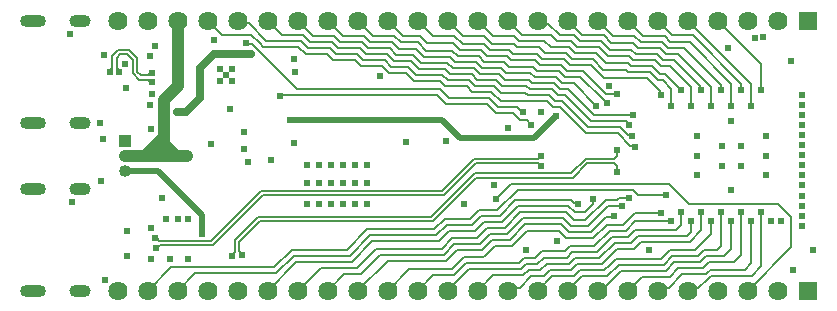
<source format=gbl>
G04*
G04 #@! TF.GenerationSoftware,Altium Limited,Altium Designer,24.9.1 (31)*
G04*
G04 Layer_Physical_Order=4*
G04 Layer_Color=16711680*
%FSLAX25Y25*%
%MOIN*%
G70*
G04*
G04 #@! TF.SameCoordinates,0C4B9269-15E2-45E3-B218-B4FFBFC8B41E*
G04*
G04*
G04 #@! TF.FilePolarity,Positive*
G04*
G01*
G75*
%ADD14C,0.00600*%
G04:AMPARAMS|DCode=55|XSize=39.37mil|YSize=86.61mil|CornerRadius=19.68mil|HoleSize=0mil|Usage=FLASHONLY|Rotation=270.000|XOffset=0mil|YOffset=0mil|HoleType=Round|Shape=RoundedRectangle|*
%AMROUNDEDRECTD55*
21,1,0.03937,0.04724,0,0,270.0*
21,1,0.00000,0.08661,0,0,270.0*
1,1,0.03937,-0.02362,0.00000*
1,1,0.03937,-0.02362,0.00000*
1,1,0.03937,0.02362,0.00000*
1,1,0.03937,0.02362,0.00000*
%
%ADD55ROUNDEDRECTD55*%
G04:AMPARAMS|DCode=56|XSize=39.37mil|YSize=70.87mil|CornerRadius=19.68mil|HoleSize=0mil|Usage=FLASHONLY|Rotation=270.000|XOffset=0mil|YOffset=0mil|HoleType=Round|Shape=RoundedRectangle|*
%AMROUNDEDRECTD56*
21,1,0.03937,0.03150,0,0,270.0*
21,1,0.00000,0.07087,0,0,270.0*
1,1,0.03937,-0.01575,0.00000*
1,1,0.03937,-0.01575,0.00000*
1,1,0.03937,0.01575,0.00000*
1,1,0.03937,0.01575,0.00000*
%
%ADD56ROUNDEDRECTD56*%
%ADD62C,0.02000*%
%ADD64C,0.00603*%
%ADD68R,0.06400X0.06400*%
%ADD69C,0.06400*%
%ADD70R,0.04000X0.04000*%
%ADD71C,0.04000*%
%ADD72C,0.02400*%
%ADD73C,0.04000*%
%ADD81C,0.02500*%
G36*
X52600Y60400D02*
Y54910D01*
X55488Y52022D01*
X55575Y48358D01*
X55225Y48000D01*
X42000D01*
Y52000D01*
X43000D01*
X47000Y56000D01*
X48300Y57300D01*
Y60300D01*
X49000Y61000D01*
X52000D01*
X52600Y60400D01*
D02*
G37*
D14*
X230343Y18500D02*
X234800D01*
X236154Y19854D02*
Y31294D01*
X234800Y18500D02*
X236154Y19854D01*
X228343Y16500D02*
X230343Y18500D01*
X219772Y16500D02*
X228343D01*
X231748Y8900D02*
X232934Y10000D01*
X228480Y6033D02*
X231732Y8888D01*
X231748Y8900D01*
X226033Y6033D02*
X228480D01*
X232934Y10000D02*
X246500D01*
X79674Y87232D02*
X81950Y84956D01*
X78168Y87232D02*
X79674D01*
X83500Y83400D02*
X94779Y72121D01*
X81950Y84950D02*
X83500Y83400D01*
X94779Y72121D02*
X142423D01*
X81950Y84950D02*
Y84956D01*
X83500Y86300D02*
X95215D01*
X79600Y90200D02*
X82300Y87500D01*
X83500Y86300D01*
X69800Y90200D02*
X79600D01*
X255106Y33994D02*
X259600Y29500D01*
X225420Y33994D02*
X255106D01*
X259600Y19600D02*
Y29500D01*
X245000Y5000D02*
X259600Y19600D01*
X177200Y88300D02*
X179400Y86100D01*
X168872Y88300D02*
X177200D01*
X179400Y86100D02*
X185415D01*
X84500Y88300D02*
X96043D01*
X78723Y94077D02*
X84500Y88300D01*
X96043D02*
X98443Y85900D01*
X187300Y31100D02*
X190743D01*
X193457Y33814D01*
Y35368D01*
X193589Y35500D01*
X168280Y38700D02*
X206618D01*
X161480Y31900D02*
X168280Y38700D01*
X166115Y40700D02*
X218714D01*
X160993Y35578D02*
X166115Y40700D01*
X190886Y28414D02*
X197672Y35200D01*
X201282D02*
X202082Y36000D01*
X197672Y35200D02*
X201282D01*
X200132Y29532D02*
X200400Y29800D01*
X197890Y29532D02*
X200132D01*
X192772Y24414D02*
X197890Y29532D01*
X218714Y40700D02*
X225420Y33994D01*
X216677Y75183D02*
X219500Y72360D01*
X212401Y77800D02*
X215018Y75183D01*
X216677D01*
X219500Y66500D02*
Y72360D01*
X215846Y77183D02*
X217505D01*
X213229Y79800D02*
X215846Y77183D01*
X206058Y79800D02*
X213229D01*
X217505Y77183D02*
X222772Y71917D01*
X77900Y87500D02*
X78168Y87232D01*
X191714Y26414D02*
X198500Y33200D01*
X203100D01*
X155353Y31900D02*
X161480D01*
X208418Y36900D02*
X217700D01*
X206618Y38700D02*
X208418Y36900D01*
X152353Y28900D02*
X155353Y31900D01*
X140443Y25400D02*
X143943Y28900D01*
X152353D01*
X187060Y34168D02*
X188232D01*
X188500Y33900D01*
X186043Y35186D02*
X187060Y34168D01*
X162308Y29900D02*
X167594Y35186D01*
X156182Y29900D02*
X162308D01*
X167594Y35186D02*
X186043D01*
X157010Y27900D02*
X163136D01*
X168422Y33186D01*
X185214D02*
X187300Y31100D01*
X168422Y33186D02*
X185214D01*
X163965Y25900D02*
X169251Y31186D01*
X184314D01*
X158200Y25900D02*
X163965D01*
X184314Y31186D02*
X187086Y28414D01*
X183486Y29186D02*
X186257Y26414D01*
X159028Y23900D02*
X164793D01*
X170079Y29186D02*
X183486D01*
X164793Y23900D02*
X170079Y29186D01*
X159857Y21900D02*
X165622D01*
X170907Y27186D02*
X182657D01*
X165622Y21900D02*
X170907Y27186D01*
X182657D02*
X185429Y24414D01*
X160685Y19900D02*
X166450D01*
X171550Y25000D02*
X182015D01*
X166450Y19900D02*
X171550Y25000D01*
X201753Y57400D02*
X205885Y53268D01*
X207232D01*
X191000Y57400D02*
X201753D01*
X207232Y53268D02*
X207500Y53000D01*
X202082Y36000D02*
X205500D01*
X171300Y61800D02*
X172900Y60200D01*
X169082Y61800D02*
X171300D01*
X166782Y64100D02*
X169082Y61800D01*
X161101Y64100D02*
X166782D01*
X169821Y64500D02*
X170200D01*
X168221Y66100D02*
X169821Y64500D01*
X161930Y66100D02*
X168221D01*
X95215Y86300D02*
X97615Y83900D01*
X89121Y70121D02*
X141595D01*
X89000Y70000D02*
X89121Y70121D01*
X141595D02*
X144516Y67200D01*
X230000Y12500D02*
X232000Y14500D01*
X240500D01*
X242847Y16847D02*
Y31294D01*
X240500Y14500D02*
X242847Y16847D01*
X205000Y5000D02*
X209700Y9700D01*
X219000D01*
X221800Y12500D01*
X230000D01*
X246197Y27697D02*
Y28077D01*
X246000Y27500D02*
X246197Y27697D01*
X246127Y27500D02*
X246197Y27430D01*
X246000Y27500D02*
X246127D01*
X246197Y14197D02*
Y27430D01*
X244000Y12000D02*
X246197Y14197D01*
X231085Y10500D02*
X232116Y11444D01*
X232671Y12000D01*
X244000D01*
X215000Y5000D02*
X216033Y6033D01*
X218633D01*
X223100Y10500D01*
X231085D01*
X158001Y67200D02*
X161101Y64100D01*
X144516Y67200D02*
X158001D01*
X158829Y69200D02*
X161930Y66100D01*
X145344Y69200D02*
X158829D01*
X142423Y72121D02*
X145344Y69200D01*
X153182Y26900D02*
X156182Y29900D01*
X141272Y23400D02*
X144772Y26900D01*
X112372Y16700D02*
X119072Y23400D01*
X141272D01*
X87886Y10714D02*
X93872Y16700D01*
X112372D01*
X60714Y10714D02*
X87886D01*
X55000Y5000D02*
X60714Y10714D01*
X144772Y26900D02*
X153182D01*
X44700Y4600D02*
X45000Y4900D01*
Y5000D01*
X44700Y4600D02*
Y4700D01*
X52714Y12714D02*
X87057D01*
X93043Y18700D01*
X44700Y4700D02*
X45000Y5000D01*
X52714Y12714D01*
X118000Y25400D02*
X140443D01*
X111300Y18700D02*
X118000Y25400D01*
X93043Y18700D02*
X111300D01*
X225000Y5000D02*
X226033Y6033D01*
X246500Y10000D02*
X249540Y13040D01*
X249018Y31816D02*
X249540Y31294D01*
Y13040D02*
Y31294D01*
X239923Y28077D02*
X240000Y28000D01*
X239504Y28077D02*
X239923D01*
X239504Y19004D02*
Y27504D01*
X239790Y27790D02*
X240000Y28000D01*
X239504Y27504D02*
X239790Y27790D01*
X237000Y16500D02*
X239504Y19004D01*
X229172Y14500D02*
X231172Y16500D01*
X237000D01*
X195000Y5000D02*
X196157D01*
X202857Y11700D01*
X217800D02*
X220600Y14500D01*
X202857Y11700D02*
X217800D01*
X220600Y14500D02*
X229172D01*
X185000Y5000D02*
Y5500D01*
X185500D02*
X189800Y9800D01*
X185000Y5500D02*
X185500D01*
X189800Y9800D02*
X198128D01*
X202028Y13700D01*
X216972D02*
X219772Y16500D01*
X202028Y13700D02*
X216972D01*
X179841Y9841D02*
X187013D01*
X175000Y5000D02*
X179841Y9841D01*
X187013D02*
X188972Y11800D01*
X197128D01*
X198228Y12900D02*
X198400D01*
X201200Y15700D01*
X197128Y11800D02*
X198228Y12900D01*
X201200Y15700D02*
X216143D01*
X218943Y18500D01*
X227300D02*
X232811Y24011D01*
Y28077D01*
X218943Y18500D02*
X227300D01*
X179013Y11841D02*
X186185D01*
X188143Y13800D01*
X196300D01*
X172841Y9841D02*
X177013D01*
X179013Y11841D01*
X169033Y6033D02*
X172841Y9841D01*
X165000Y5000D02*
X166033Y6033D01*
X169033D01*
X196300Y13800D02*
X201500Y19000D01*
X225643Y21300D02*
X229461Y25119D01*
Y31294D01*
X207100Y19000D02*
X209400Y21300D01*
X225643D01*
X201500Y19000D02*
X207100D01*
X178000Y14000D02*
X185515D01*
X187315Y15800D02*
X195472D01*
X185515Y14000D02*
X187315Y15800D01*
X195472D02*
X200672Y21000D01*
X172013Y11841D02*
X175841D01*
X178000Y14000D01*
X170272Y10100D02*
X172013Y11841D01*
X160100Y10100D02*
X170272D01*
X155000Y5000D02*
X160100Y10100D01*
X226118Y24604D02*
Y28077D01*
X224814Y23300D02*
X226118Y24604D01*
X206100Y21000D02*
X208400Y23300D01*
X224814D01*
X200672Y21000D02*
X206100D01*
X177100Y16000D02*
X184686D01*
X186486Y17800D02*
X194643D01*
X184686Y16000D02*
X186486Y17800D01*
X194643D02*
X199843Y23000D01*
X174941Y13841D02*
X177100Y16000D01*
X171185Y13841D02*
X174941D01*
X152100Y12100D02*
X169443D01*
X171185Y13841D01*
X145000Y5000D02*
Y5500D01*
X222768Y26933D02*
Y31294D01*
X145000Y5500D02*
X145500D01*
X221136Y25300D02*
X222768Y26933D01*
X207572Y25300D02*
X221136D01*
X205272Y23000D02*
X207572Y25300D01*
X199843Y23000D02*
X205272D01*
X145500Y5500D02*
X152100Y12100D01*
X193815Y19800D02*
X199047Y25032D01*
X185658Y19800D02*
X193815D01*
X174113Y15841D02*
X176372Y18100D01*
X183958D01*
X185658Y19800D01*
X170356Y15841D02*
X174113D01*
X168615Y14100D02*
X170356Y15841D01*
X147272Y10100D02*
X151272Y14100D01*
X168615D01*
X207377Y28077D02*
X219425D01*
X140100Y10100D02*
X147272D01*
X204332Y25032D02*
X207377Y28077D01*
X135000Y5000D02*
X140100Y10100D01*
X199047Y25032D02*
X204332D01*
X182015Y25000D02*
X184600Y22414D01*
X193600D02*
X198219Y27032D01*
X184600Y22414D02*
X193600D01*
X146443Y12100D02*
X150443Y16100D01*
X132100Y12100D02*
X146443D01*
X125000Y5000D02*
X132100Y12100D01*
X157285Y16500D02*
X160685Y19900D01*
X157200Y16500D02*
X157285D01*
X156800Y16100D02*
X157200Y16500D01*
X150443Y16100D02*
X156800D01*
X198219Y27032D02*
X203432D01*
X207400Y31000D01*
X216000D01*
X185429Y24414D02*
X192772D01*
X115000Y5000D02*
X115100D01*
X125000Y15000D02*
X144600D01*
X115100Y5100D02*
X125000Y15000D01*
X144600D02*
X148100Y18500D01*
X115100Y5000D02*
Y5100D01*
X156457Y18500D02*
X159857Y21900D01*
X148100Y18500D02*
X156457D01*
X186257Y26414D02*
X191714D01*
X143772Y17000D02*
X147272Y20500D01*
X122600Y17000D02*
X143772D01*
X116200Y10600D02*
X122600Y17000D01*
X110600Y10600D02*
X116200D01*
X105000Y5000D02*
X110600Y10600D01*
X155628Y20500D02*
X159028Y23900D01*
X147272Y20500D02*
X155628D01*
X187086Y28414D02*
X190886D01*
X95000Y5000D02*
X102700Y12700D01*
X114700D01*
X121000Y19000D01*
X142943D01*
X146443Y22500D01*
X154800D02*
X158200Y25900D01*
X146443Y22500D02*
X154800D01*
X154010Y24900D02*
X157010Y27900D01*
X142100Y21400D02*
X145600Y24900D01*
X154010D01*
X119900Y21400D02*
X142100D01*
X101872Y14700D02*
X113200D01*
X119900Y21400D01*
X101772Y14600D02*
X101872Y14700D01*
X94600Y14600D02*
X101772D01*
X85000Y5000D02*
X94600Y14600D01*
X182300Y66100D02*
X191000Y57400D01*
X131108Y77622D02*
X133730Y75000D01*
X115958Y79900D02*
X123129D01*
X151294Y73136D02*
X153129Y71300D01*
X133730Y75000D02*
X142373D01*
X144237Y73136D01*
X151294D01*
X125408Y77622D02*
X131108D01*
X106786Y81900D02*
X113958D01*
X115958Y79900D01*
X123129D02*
X125408Y77622D01*
X179959Y66100D02*
X182300D01*
X153129Y71300D02*
X159558D01*
X162758Y68100D01*
X177959D01*
X179959Y66100D01*
X65000Y95000D02*
X69800Y90200D01*
X104786Y83900D02*
X106786Y81900D01*
X97615Y83900D02*
X104786D01*
X206232Y56968D02*
X206500Y56700D01*
X205014Y56968D02*
X206232D01*
X191872Y59400D02*
X202582D01*
X205014Y56968D01*
X180787Y68100D02*
X183172D01*
X178787Y70100D02*
X180787Y68100D01*
X171616Y70100D02*
X178787D01*
X183172Y68100D02*
X191872Y59400D01*
X153958Y73300D02*
X160386D01*
X162786Y70900D01*
X152122Y75136D02*
X153958Y73300D01*
X170816Y70900D02*
X171616Y70100D01*
X162786Y70900D02*
X170816D01*
X105615Y85900D02*
X107615Y83900D01*
X98443Y85900D02*
X105615D01*
X75000Y95000D02*
X75923Y94077D01*
X78723D01*
X131936Y79622D02*
X134558Y77000D01*
X143201D01*
X126236Y79622D02*
X131936D01*
X145065Y75136D02*
X152122D01*
X143201Y77000D02*
X145065Y75136D01*
X114786Y83900D02*
X116786Y81900D01*
X107615Y83900D02*
X114786D01*
X123958Y81900D02*
X126236Y79622D01*
X116786Y81900D02*
X123958D01*
X204314Y61400D02*
X205514Y60200D01*
X192700Y61400D02*
X204314D01*
X205514Y60200D02*
X205600D01*
X132765Y81622D02*
X135386Y79000D01*
X145894Y77136D02*
X152951D01*
X124786Y83900D02*
X127065Y81622D01*
X144029Y79000D02*
X145894Y77136D01*
X154786Y75300D02*
X161215D01*
X127065Y81622D02*
X132765D01*
X117615Y83900D02*
X124786D01*
X135386Y79000D02*
X144029D01*
X152951Y77136D02*
X154786Y75300D01*
X115615Y85900D02*
X117615Y83900D01*
X108443Y85900D02*
X115615D01*
X106443Y87900D02*
X108443Y85900D01*
X99272Y87900D02*
X106443D01*
X181616Y70100D02*
X184000D01*
X192700Y61400D01*
X172444Y72100D02*
X179616D01*
X181616Y70100D01*
X161215Y75300D02*
X163215Y73300D01*
X171244D02*
X172444Y72100D01*
X163215Y73300D02*
X171244D01*
X96872Y90300D02*
X99272Y87900D01*
X89700Y90300D02*
X96872D01*
X85000Y95000D02*
X89700Y90300D01*
X153779Y79136D02*
X155615Y77300D01*
X162043D01*
X146722Y79136D02*
X153779D01*
X144858Y81000D02*
X146722Y79136D01*
X136215Y81000D02*
X144858D01*
X133593Y83622D02*
X136215Y81000D01*
X127893Y83622D02*
X133593D01*
X125615Y85900D02*
X127893Y83622D01*
X118443Y85900D02*
X125615D01*
X116443Y87900D02*
X118443Y85900D01*
X107272Y89900D02*
X109272Y87900D01*
X116443D01*
X100100Y89900D02*
X107272D01*
X95000Y95000D02*
X100100Y89900D01*
X192100Y65082D02*
X193682Y63500D01*
X185100Y72100D02*
X192100Y65100D01*
X193682Y63500D02*
X193700D01*
X182444Y72100D02*
X185100D01*
X192100Y65082D02*
Y65100D01*
X193700Y63500D02*
X193800Y63400D01*
X206900D01*
X173273Y74100D02*
X180444D01*
X182444Y72100D01*
X172073Y75300D02*
X173273Y74100D01*
X162043Y77300D02*
X164043Y75300D01*
X172073D01*
X128722Y85622D02*
X134422D01*
X126443Y87900D02*
X128722Y85622D01*
X110100Y89900D02*
X117272D01*
X147550Y81136D02*
X154607D01*
X156443Y79300D02*
X162872D01*
X154607Y81136D02*
X156443Y79300D01*
X145686Y83000D02*
X147550Y81136D01*
X119272Y87900D02*
X126443D01*
X137043Y83000D02*
X145686D01*
X187200Y74100D02*
X194600Y66700D01*
X117272Y89900D02*
X119272Y87900D01*
X183273Y74100D02*
X187200D01*
X105000Y95000D02*
X110100Y89900D01*
X134422Y85622D02*
X137043Y83000D01*
X164572Y77600D02*
X172601D01*
X162872Y79300D02*
X164572Y77600D01*
X174101Y76100D02*
X181273D01*
X172601Y77600D02*
X174101Y76100D01*
X181273D02*
X183273Y74100D01*
X115000Y94900D02*
X115200Y94700D01*
X115000Y94900D02*
Y95000D01*
X115300Y94700D02*
X120100Y89900D01*
X115200Y94700D02*
X115300D01*
X120100Y89900D02*
X127272D01*
X129372Y87800D01*
X135072D01*
X137872Y85000D01*
X146515D01*
X148379Y83136D02*
X155436D01*
X146515Y85000D02*
X148379Y83136D01*
X155436D02*
X157272Y81300D01*
X163700D01*
X189253Y76100D02*
X196953Y68400D01*
X184101Y76100D02*
X189253D01*
X197021Y68400D02*
X197821Y67600D01*
X198200D01*
X196953Y68400D02*
X197021D01*
X163700Y81300D02*
X164700Y80300D01*
X164786D01*
X174929Y78100D02*
X182101D01*
X165486Y79600D02*
X173430D01*
X182101Y78100D02*
X184101Y76100D01*
X164786Y80300D02*
X165486Y79600D01*
X173430D02*
X174929Y78100D01*
X158100Y83300D02*
X164615D01*
X156200Y85200D02*
X158100Y83300D01*
X149143Y85200D02*
X156200D01*
X130200Y89800D02*
X135900D01*
X125000Y95000D02*
X130200Y89800D01*
X201207Y70400D02*
X201439Y70632D01*
X197782Y70400D02*
X201207D01*
X184930Y78100D02*
X190082D01*
X197782Y70400D01*
X146643Y87700D02*
X149143Y85200D01*
X135900Y89800D02*
X138000Y87700D01*
X146643D01*
X175758Y80100D02*
X182930D01*
X173958Y81900D02*
X175758Y80100D01*
X166015Y81900D02*
X173958D01*
X164615Y83300D02*
X166015Y81900D01*
X182930Y80100D02*
X184930Y78100D01*
X211573Y75800D02*
X215932Y71441D01*
Y70368D02*
Y71441D01*
Y70368D02*
X216200Y70100D01*
X192672Y80100D02*
X196972Y75800D01*
X149972Y87200D02*
X157143D01*
X140000Y90000D02*
X147172D01*
X149972Y87200D01*
X159043Y85300D02*
X165443D01*
X196972Y75800D02*
X211573D01*
X157143Y87200D02*
X159043Y85300D01*
X135000Y95000D02*
X140000Y90000D01*
X185758Y80100D02*
X192672D01*
X176586Y82100D02*
X183758D01*
X165443Y85300D02*
X166743Y84000D01*
X183758Y82100D02*
X185758Y80100D01*
X174686Y84000D02*
X176586Y82100D01*
X166743Y84000D02*
X174686D01*
X196900Y78700D02*
X204329D01*
X184586Y84100D02*
X186586Y82100D01*
X167043Y87300D02*
X168243Y86100D01*
X150000Y90000D02*
X157172D01*
X145400Y94600D02*
X150000Y90000D01*
X168243Y86100D02*
X175415D01*
X145000Y94700D02*
Y95000D01*
Y94700D02*
X145100Y94600D01*
X186586Y82100D02*
X193500D01*
X205229Y77800D02*
X212401D01*
X193500Y82100D02*
X196900Y78700D01*
X145100Y94600D02*
X145400D01*
X204329Y78700D02*
X205229Y77800D01*
X175415Y86100D02*
X177415Y84100D01*
X157172Y90000D02*
X159872Y87300D01*
X167043D01*
X177415Y84100D02*
X184586D01*
X187415D02*
X194586D01*
X185415Y86100D02*
X187415Y84100D01*
X205058Y80800D02*
X206058Y79800D01*
X194586Y84100D02*
X197886Y80800D01*
X205058D01*
X155000Y95000D02*
X160000Y90000D01*
X167172D01*
X168872Y88300D01*
X188243Y86100D02*
X195415D01*
X226193Y66500D02*
Y72707D01*
X186243Y88100D02*
X188243Y86100D01*
X219000Y79900D02*
X226193Y72707D01*
X215958Y79900D02*
X219000D01*
X205486Y83200D02*
X206886Y81800D01*
X195415Y86100D02*
X198315Y83200D01*
X214058Y81800D02*
X215958Y79900D01*
X206886Y81800D02*
X214058D01*
X198315Y83200D02*
X205486D01*
X181572Y88100D02*
X186243D01*
X165000Y95000D02*
X169700Y90300D01*
X179372D01*
X181572Y88100D01*
X189072D02*
X196243D01*
X229197Y72185D02*
Y73203D01*
Y72185D02*
X229465Y71917D01*
X216786Y81900D02*
X220500D01*
X229197Y73203D01*
X214886Y83800D02*
X216786Y81900D01*
X196243Y88100D02*
X199043Y85300D01*
X206215D01*
X207715Y83800D01*
X214886D01*
X187072Y90100D02*
X189072Y88100D01*
X178533Y93967D02*
X182400Y90100D01*
X175000Y95000D02*
X176033Y93967D01*
X178533D01*
X182400Y90100D02*
X187072D01*
X185000Y95000D02*
X189900Y90100D01*
X197072D01*
X232886Y66500D02*
Y72914D01*
X217615Y83900D02*
X221900D01*
X232886Y72914D01*
X199572Y87600D02*
X206743D01*
X197072Y90100D02*
X199572Y87600D01*
X215715Y85800D02*
X217615Y83900D01*
X206743Y87600D02*
X208543Y85800D01*
X215715D01*
X236111Y71963D02*
X236157Y71917D01*
X236111Y71963D02*
Y73689D01*
X223900Y85900D02*
X236111Y73689D01*
X218443Y85900D02*
X223900D01*
X216543Y87800D02*
X218443Y85900D01*
X209372Y87800D02*
X216543D01*
X195000Y95000D02*
X200000Y90000D01*
X207172D01*
X209372Y87800D01*
X239579Y66500D02*
Y74021D01*
X210200Y89800D02*
X217372D01*
X205000Y95000D02*
X210200Y89800D01*
X219272Y87900D02*
X225700D01*
X239579Y74021D01*
X217372Y89800D02*
X219272Y87900D01*
X215000Y94500D02*
Y95000D01*
Y94500D02*
X215300Y94200D01*
X215800D01*
X242800Y71967D02*
X242850Y71917D01*
X242800Y71967D02*
Y74000D01*
X215800Y94200D02*
X219900Y90100D01*
X226700D02*
X242800Y74000D01*
X219900Y90100D02*
X226700D01*
X246272Y66500D02*
Y73728D01*
X225000Y95000D02*
X246272Y73728D01*
X249543Y71917D02*
X249683D01*
X249543Y72057D02*
X249683Y71917D01*
X249543Y72057D02*
Y80457D01*
X235000Y95000D02*
X249543Y80457D01*
D55*
X6752Y95000D02*
D03*
Y60984D02*
D03*
Y39016D02*
D03*
Y5000D02*
D03*
D56*
X22500Y95000D02*
D03*
Y60984D02*
D03*
Y39016D02*
D03*
Y5000D02*
D03*
D62*
X149210Y56000D02*
X173900D01*
X181200Y63300D01*
X48300Y45000D02*
X63000Y30300D01*
X37500Y45000D02*
X48300D01*
X63000Y24000D02*
Y30300D01*
X143210Y62000D02*
X149210Y56000D01*
X92400Y62000D02*
X143210D01*
D64*
X93256Y29600D02*
X97000D01*
X98920D01*
X93256Y28197D02*
X97000D01*
X98920D01*
Y29600D02*
X139516D01*
X98920Y28197D02*
X140097D01*
X81800Y29600D02*
X93256D01*
X82381Y28197D02*
X93256D01*
X191021Y49003D02*
X200503D01*
X201500Y50000D01*
Y52000D01*
X191602Y47600D02*
X200600D01*
X201500Y44599D02*
Y46700D01*
X200600Y47600D02*
X201500Y46700D01*
X186087Y44070D02*
X191021Y49003D01*
X186669Y42667D02*
X191602Y47600D01*
X75502Y18052D02*
Y21317D01*
X73100Y16953D02*
X74098Y17952D01*
Y21899D02*
X81800Y29600D01*
X76500Y16800D02*
Y17053D01*
X75502Y21317D02*
X82381Y28197D01*
X73100Y16700D02*
Y16953D01*
X75502Y18052D02*
X76500Y17053D01*
X74098Y17952D02*
Y21899D01*
X139516Y29600D02*
X153986Y44070D01*
X140097Y28197D02*
X154567Y42667D01*
X186669D01*
X153986Y44070D02*
X186087D01*
X38797Y85203D02*
X41500Y82500D01*
X40097Y77403D02*
Y81919D01*
X35850Y83800D02*
X38216D01*
X35269Y85203D02*
X38797D01*
X41500Y77984D02*
Y82500D01*
X38216Y83800D02*
X40097Y81919D01*
X41500Y77984D02*
X42783Y76701D01*
X40097Y77403D02*
X42202Y75299D01*
X35548Y77961D02*
Y78314D01*
X34650Y79213D02*
X35548Y78314D01*
X33247Y79213D02*
Y83181D01*
X32348Y78314D02*
X33247Y79213D01*
X32348Y77961D02*
Y78314D01*
X34650Y79213D02*
Y82600D01*
X33247Y83181D02*
X35269Y85203D01*
X83400Y36900D02*
X143700D01*
X82819Y38303D02*
X143119D01*
X154399Y47598D02*
X174948D01*
X143700Y36900D02*
X154399Y47598D01*
X143119Y38303D02*
X153817Y49002D01*
X174948D01*
Y47598D02*
X175847Y46700D01*
X176200D01*
X66700Y20200D02*
X83400Y36900D01*
X49007Y20200D02*
X66700D01*
X48010Y19203D02*
X49007Y20200D01*
X47733Y19203D02*
X48010D01*
X175847Y49900D02*
X176200D01*
X174948Y49002D02*
X175847Y49900D01*
X66119Y21603D02*
X82819Y38303D01*
X48055Y22400D02*
X48852Y21603D01*
X66119D01*
X47600Y22400D02*
X48055D01*
X46147Y77600D02*
X46500D01*
X45248Y76701D02*
X46147Y77600D01*
X42783Y76701D02*
X45248D01*
X42202Y75299D02*
X45248D01*
X34650Y82600D02*
X35850Y83800D01*
X45248Y75299D02*
X46147Y74400D01*
X46500D01*
D68*
X265000Y95000D02*
D03*
Y5000D02*
D03*
D69*
X255000Y95000D02*
D03*
X245000D02*
D03*
X235000D02*
D03*
X225000D02*
D03*
X215000D02*
D03*
X205000D02*
D03*
X195000D02*
D03*
X185000D02*
D03*
X175000D02*
D03*
X165000D02*
D03*
X155000D02*
D03*
X145000D02*
D03*
X135000D02*
D03*
X125000D02*
D03*
X115000D02*
D03*
X105000D02*
D03*
X95000D02*
D03*
X85000D02*
D03*
X75000D02*
D03*
X65000D02*
D03*
X55000D02*
D03*
X45000D02*
D03*
X35000D02*
D03*
X255000Y5000D02*
D03*
X245000D02*
D03*
X235000D02*
D03*
X225000D02*
D03*
X215000D02*
D03*
X205000D02*
D03*
X195000D02*
D03*
X185000D02*
D03*
X175000D02*
D03*
X165000D02*
D03*
X155000D02*
D03*
X145000D02*
D03*
X135000D02*
D03*
X125000D02*
D03*
X115000D02*
D03*
X105000D02*
D03*
X95000D02*
D03*
X85000D02*
D03*
X75000D02*
D03*
X65000D02*
D03*
X55000D02*
D03*
X45000D02*
D03*
X35000D02*
D03*
D70*
X37500Y55000D02*
D03*
D71*
Y50000D02*
D03*
Y45000D02*
D03*
D72*
X58000Y50000D02*
D03*
X131000Y54600D02*
D03*
X193589Y35500D02*
D03*
X200400Y29800D02*
D03*
X98000Y41000D02*
D03*
X52500Y15500D02*
D03*
X238500Y86000D02*
D03*
X247500Y89300D02*
D03*
X76500Y16800D02*
D03*
X73100Y16700D02*
D03*
X19896Y34606D02*
D03*
X63000Y24000D02*
D03*
X118000Y34000D02*
D03*
Y41000D02*
D03*
Y47000D02*
D03*
X250000Y89500D02*
D03*
X45900Y67000D02*
D03*
X79400Y83900D02*
D03*
X29500Y41500D02*
D03*
X69000Y75000D02*
D03*
X71000Y77000D02*
D03*
X73000Y75000D02*
D03*
Y79000D02*
D03*
X69000D02*
D03*
X29000Y61000D02*
D03*
X30500Y83500D02*
D03*
X19259Y90517D02*
D03*
X203100Y33200D02*
D03*
X58500Y15500D02*
D03*
X106000Y34000D02*
D03*
X110000Y47000D02*
D03*
X114000D02*
D03*
X98000D02*
D03*
X106000D02*
D03*
X102000D02*
D03*
X106000Y41000D02*
D03*
X98000Y34000D02*
D03*
X102000D02*
D03*
X110000D02*
D03*
X114000D02*
D03*
X102000Y41000D02*
D03*
X110000D02*
D03*
X114000D02*
D03*
X94000Y78000D02*
D03*
X78500Y47900D02*
D03*
X266800Y18400D02*
D03*
X144500Y55000D02*
D03*
X160600Y40200D02*
D03*
X171200Y18600D02*
D03*
X181400Y21600D02*
D03*
X150400Y33800D02*
D03*
X49894Y35706D02*
D03*
X160993Y35578D02*
D03*
X72500Y65500D02*
D03*
X93893Y82242D02*
D03*
X37500Y80500D02*
D03*
X46000Y59000D02*
D03*
X30000Y55500D02*
D03*
X207500Y53000D02*
D03*
X205500Y36000D02*
D03*
X32348Y77961D02*
D03*
X35548D02*
D03*
X181200Y63300D02*
D03*
X172900Y60200D02*
D03*
X170200Y64500D02*
D03*
X86100Y48400D02*
D03*
X54732Y64581D02*
D03*
X46500Y74400D02*
D03*
X77900Y87500D02*
D03*
X89000Y70000D02*
D03*
X66000Y54000D02*
D03*
X242847Y31294D02*
D03*
X246197Y28077D02*
D03*
X188500Y33900D02*
D03*
X217700Y36900D02*
D03*
X249540Y31294D02*
D03*
X239504Y28077D02*
D03*
X236154Y31294D02*
D03*
X232811Y28077D02*
D03*
X229461Y31294D02*
D03*
X226118Y28077D02*
D03*
X222768Y31294D02*
D03*
X219425Y28077D02*
D03*
X216000Y31000D02*
D03*
X206500Y56700D02*
D03*
X205600Y60200D02*
D03*
X206900Y63400D02*
D03*
X194600Y66700D02*
D03*
X198200Y67600D02*
D03*
X201439Y70632D02*
D03*
X216200Y70100D02*
D03*
X219500Y66500D02*
D03*
X222772Y71917D02*
D03*
X226193Y66500D02*
D03*
X229465Y71917D02*
D03*
X232886Y66500D02*
D03*
X236157Y71917D02*
D03*
X239579Y66500D02*
D03*
X242850Y71917D02*
D03*
X246272Y66500D02*
D03*
X249543Y71917D02*
D03*
X263000Y66811D02*
D03*
Y70157D02*
D03*
Y60118D02*
D03*
Y63465D02*
D03*
Y56772D02*
D03*
Y53425D02*
D03*
X259500Y81500D02*
D03*
X198900Y73100D02*
D03*
X251008Y56492D02*
D03*
X239508Y61504D02*
D03*
X242700Y53200D02*
D03*
X236300D02*
D03*
X228000Y56500D02*
D03*
X176000Y64500D02*
D03*
X165200Y59200D02*
D03*
X263000Y46732D02*
D03*
Y43386D02*
D03*
Y50079D02*
D03*
Y36693D02*
D03*
Y40039D02*
D03*
Y33347D02*
D03*
Y26654D02*
D03*
Y30000D02*
D03*
X251008Y49996D02*
D03*
X242800Y46700D02*
D03*
X236300D02*
D03*
X251008Y43500D02*
D03*
X239500Y38496D02*
D03*
X228000Y43508D02*
D03*
Y50004D02*
D03*
X256239Y28080D02*
D03*
X252893D02*
D03*
X260000Y12000D02*
D03*
X212000Y18500D02*
D03*
X122600Y76608D02*
D03*
X67000Y88500D02*
D03*
X77100Y58000D02*
D03*
X47300Y86400D02*
D03*
X45800Y83300D02*
D03*
X46500Y70500D02*
D03*
X37800Y72400D02*
D03*
X93800Y54100D02*
D03*
X77200Y52100D02*
D03*
X58400Y28900D02*
D03*
X55000Y29000D02*
D03*
X51000D02*
D03*
X46000Y26000D02*
D03*
X38000Y25000D02*
D03*
X46000Y15500D02*
D03*
X38000Y16500D02*
D03*
X30700Y8400D02*
D03*
X201500Y44599D02*
D03*
Y52000D02*
D03*
X176200Y46700D02*
D03*
X47733Y19203D02*
D03*
X176200Y49900D02*
D03*
X47600Y22400D02*
D03*
X46500Y77600D02*
D03*
X92400Y62000D02*
D03*
D73*
X51541Y50000D02*
X58000D01*
X50400Y51141D02*
Y68460D01*
Y51141D02*
X51541Y50000D01*
X50400Y68460D02*
X55003Y73064D01*
X37500Y50000D02*
X51541D01*
X55003Y73064D02*
Y86503D01*
X55000Y86507D02*
X55003Y86503D01*
X55000Y86507D02*
Y94960D01*
D81*
X62400Y79329D02*
X66971Y83900D01*
X79400D01*
X62400Y69300D02*
Y79329D01*
X57681Y64581D02*
X62400Y69300D01*
X54732Y64581D02*
X57681D01*
M02*

</source>
